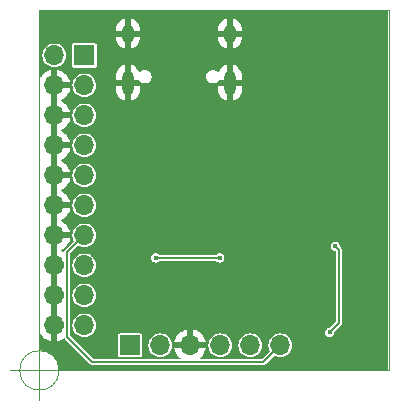
<source format=gbr>
G04 #@! TF.GenerationSoftware,KiCad,Pcbnew,(6.99.0-1917-g23fb4c7433)*
G04 #@! TF.CreationDate,2022-06-21T14:10:18+10:00*
G04 #@! TF.ProjectId,JtagArm20Adapter,4a746167-4172-46d3-9230-416461707465,rev?*
G04 #@! TF.SameCoordinates,PX8404630PY68290a0*
G04 #@! TF.FileFunction,Copper,L2,Bot*
G04 #@! TF.FilePolarity,Positive*
%FSLAX46Y46*%
G04 Gerber Fmt 4.6, Leading zero omitted, Abs format (unit mm)*
G04 Created by KiCad (PCBNEW (6.99.0-1917-g23fb4c7433)) date 2022-06-21 14:10:18*
%MOMM*%
%LPD*%
G01*
G04 APERTURE LIST*
G04 #@! TA.AperFunction,ComponentPad*
%ADD10R,1.700000X1.700000*%
G04 #@! TD*
G04 #@! TA.AperFunction,ComponentPad*
%ADD11O,1.700000X1.700000*%
G04 #@! TD*
G04 #@! TA.AperFunction,ComponentPad*
%ADD12O,1.000000X2.100000*%
G04 #@! TD*
G04 #@! TA.AperFunction,ComponentPad*
%ADD13O,1.000000X1.600000*%
G04 #@! TD*
G04 #@! TA.AperFunction,ViaPad*
%ADD14C,0.450000*%
G04 #@! TD*
G04 #@! TA.AperFunction,Conductor*
%ADD15C,0.200000*%
G04 #@! TD*
G04 #@! TA.AperFunction,Profile*
%ADD16C,0.050000*%
G04 #@! TD*
G04 APERTURE END LIST*
D10*
X3809999Y26669999D03*
D11*
X1269999Y26669999D03*
X3809999Y24129999D03*
X1269999Y24129999D03*
X3809999Y21589999D03*
X1269999Y21589999D03*
X3809999Y19049999D03*
X1269999Y19049999D03*
X3809999Y16509999D03*
X1269999Y16509999D03*
X3809999Y13969999D03*
X1269999Y13969999D03*
X3809999Y11429999D03*
X1269999Y11429999D03*
X3809999Y8889999D03*
X1269999Y8889999D03*
X3809999Y6349999D03*
X1269999Y6349999D03*
X3809999Y3809999D03*
X1269999Y3809999D03*
D10*
X7689999Y2129999D03*
D11*
X10229999Y2129999D03*
X12769999Y2129999D03*
X15309999Y2129999D03*
X17849999Y2129999D03*
X20389999Y2129999D03*
D12*
X16139999Y24339999D03*
D13*
X16139999Y28519999D03*
D12*
X7499999Y24339999D03*
D13*
X7499999Y28519999D03*
D14*
X8107355Y9572475D03*
X16463820Y5266211D03*
X15421808Y17719253D03*
X6570000Y22220000D03*
X20827086Y11326911D03*
X1970000Y1220000D03*
X20586903Y18116568D03*
X28670000Y27320000D03*
X19862388Y14984791D03*
X11794980Y21220000D03*
X26270000Y7020000D03*
X25435696Y12998961D03*
X27859398Y7020000D03*
X2570000Y29220000D03*
X18115995Y8615821D03*
X11820000Y29220000D03*
X23878364Y14938183D03*
X23861273Y17023273D03*
X7191152Y12372945D03*
X18570000Y26220000D03*
X27992182Y21032571D03*
X24327902Y27220000D03*
X13465073Y6816218D03*
X23878364Y18971636D03*
X24261392Y28939885D03*
X22570000Y4620000D03*
X9265574Y12459379D03*
X11285619Y10348185D03*
X5962831Y4946500D03*
X19191753Y5266211D03*
X26229283Y16904654D03*
X25519091Y21637817D03*
X26853761Y1769647D03*
X28680908Y16869455D03*
X11794980Y24995020D03*
X8262936Y18457916D03*
X7225725Y15000546D03*
X9248287Y14948686D03*
X15491923Y14844562D03*
X15270000Y9520000D03*
X9870000Y9520000D03*
X25070000Y10520000D03*
X24570000Y3220000D03*
D15*
X3810000Y11430000D02*
X2369511Y9989511D01*
X18980000Y720000D02*
X20390000Y2130000D01*
X4470000Y720000D02*
X18980000Y720000D01*
X2369511Y2820489D02*
X4470000Y720000D01*
X2369511Y9989511D02*
X2369511Y2820489D01*
X9870000Y9520000D02*
X15270000Y9520000D01*
X25370000Y4020000D02*
X24570000Y3220000D01*
X25370000Y10220000D02*
X25370000Y4020000D01*
X25070000Y10520000D02*
X25370000Y10220000D01*
G04 #@! TA.AperFunction,Conductor*
G36*
X29530148Y30440148D02*
G01*
X29544500Y30405500D01*
X29544500Y74500D01*
X29530148Y39852D01*
X29495500Y25500D01*
X1741162Y25500D01*
X1706514Y39852D01*
X1692299Y70838D01*
X1678891Y249765D01*
X1678891Y249767D01*
X1678754Y251591D01*
X1629018Y469500D01*
X1622726Y497067D01*
X1622725Y497071D01*
X1622318Y498853D01*
X1529660Y734942D01*
X1524573Y743754D01*
X1487933Y807216D01*
X1402850Y954584D01*
X1244720Y1152873D01*
X1241105Y1156228D01*
X1149083Y1241611D01*
X1058803Y1325378D01*
X962551Y1391002D01*
X850768Y1467215D01*
X850762Y1467218D01*
X849252Y1468248D01*
X620747Y1578290D01*
X378394Y1653046D01*
X127606Y1690846D01*
X75296Y1690846D01*
X40648Y1705198D01*
X26296Y1739846D01*
X26296Y2503752D01*
X25769Y2505025D01*
X25500Y2507754D01*
X25500Y3067394D01*
X39852Y3102042D01*
X74500Y3116394D01*
X109148Y3102042D01*
X115521Y3094194D01*
X193564Y2974740D01*
X196044Y2971554D01*
X345730Y2808951D01*
X348699Y2806218D01*
X523099Y2670478D01*
X526484Y2668266D01*
X720847Y2563082D01*
X724542Y2561461D01*
X933572Y2489701D01*
X937484Y2488710D01*
X1006388Y2477212D01*
X1013654Y2478893D01*
X1016000Y2482651D01*
X1016000Y2485355D01*
X1524000Y2485355D01*
X1526855Y2478463D01*
X1530948Y2476767D01*
X1602516Y2488710D01*
X1606428Y2489701D01*
X1815458Y2561461D01*
X1819153Y2563082D01*
X2013516Y2668266D01*
X2016901Y2670478D01*
X2075043Y2715731D01*
X2111200Y2725687D01*
X2145882Y2704286D01*
X2153454Y2692953D01*
X2188910Y2639888D01*
X2192924Y2637206D01*
X2192925Y2637205D01*
X2205819Y2628590D01*
X2213244Y2622496D01*
X4272007Y563733D01*
X4278101Y556308D01*
X4289399Y539399D01*
X4342464Y503943D01*
X4372259Y484034D01*
X4376993Y483092D01*
X4376994Y483092D01*
X4465264Y465534D01*
X4470000Y464592D01*
X4489940Y468558D01*
X4499497Y469500D01*
X18950503Y469500D01*
X18960060Y468558D01*
X18980000Y464592D01*
X18984736Y465534D01*
X19073006Y483092D01*
X19073007Y483092D01*
X19077741Y484034D01*
X19107536Y503943D01*
X19160601Y539399D01*
X19171899Y556308D01*
X19177993Y563733D01*
X19855871Y1241611D01*
X19890519Y1255963D01*
X19913617Y1250177D01*
X19957140Y1226914D01*
X19975190Y1217266D01*
X20005273Y1201186D01*
X20193868Y1143976D01*
X20196256Y1143741D01*
X20196260Y1143740D01*
X20387604Y1124895D01*
X20390000Y1124659D01*
X20392396Y1124895D01*
X20583740Y1143740D01*
X20583744Y1143741D01*
X20586132Y1143976D01*
X20610718Y1151434D01*
X20772418Y1200485D01*
X20772423Y1200487D01*
X20774727Y1201186D01*
X20776853Y1202322D01*
X20776857Y1202324D01*
X20946414Y1292954D01*
X20946419Y1292957D01*
X20948538Y1294090D01*
X21100883Y1419117D01*
X21225910Y1571462D01*
X21227043Y1573581D01*
X21227046Y1573586D01*
X21317676Y1743143D01*
X21317678Y1743147D01*
X21318814Y1745273D01*
X21319513Y1747577D01*
X21319515Y1747582D01*
X21375326Y1931567D01*
X21376024Y1933868D01*
X21395341Y2130000D01*
X21376024Y2326132D01*
X21355513Y2393747D01*
X21319515Y2512418D01*
X21319513Y2512423D01*
X21318814Y2514727D01*
X21317678Y2516853D01*
X21317676Y2516857D01*
X21227046Y2686414D01*
X21227043Y2686419D01*
X21225910Y2688538D01*
X21114758Y2823976D01*
X21102412Y2839020D01*
X21100883Y2840883D01*
X20948538Y2965910D01*
X20946419Y2967043D01*
X20946414Y2967046D01*
X20776857Y3057676D01*
X20776853Y3057678D01*
X20774727Y3058814D01*
X20772423Y3059513D01*
X20772418Y3059515D01*
X20588433Y3115326D01*
X20586132Y3116024D01*
X20583744Y3116259D01*
X20583740Y3116260D01*
X20392396Y3135105D01*
X20390000Y3135341D01*
X20387604Y3135105D01*
X20196260Y3116260D01*
X20196256Y3116259D01*
X20193868Y3116024D01*
X20191567Y3115326D01*
X20007582Y3059515D01*
X20007577Y3059513D01*
X20005273Y3058814D01*
X20003147Y3057678D01*
X20003143Y3057676D01*
X19833586Y2967046D01*
X19833581Y2967043D01*
X19831462Y2965910D01*
X19679117Y2840883D01*
X19677588Y2839020D01*
X19665242Y2823976D01*
X19554090Y2688538D01*
X19552957Y2686419D01*
X19552954Y2686414D01*
X19462324Y2516857D01*
X19462322Y2516853D01*
X19461186Y2514727D01*
X19460487Y2512423D01*
X19460485Y2512418D01*
X19424487Y2393747D01*
X19403976Y2326132D01*
X19384659Y2130000D01*
X19403976Y1933868D01*
X19461186Y1745273D01*
X19462318Y1743154D01*
X19462319Y1743153D01*
X19510177Y1653618D01*
X19513853Y1616295D01*
X19501611Y1595871D01*
X18890592Y984852D01*
X18855944Y970500D01*
X13633966Y970500D01*
X13599318Y984852D01*
X13584966Y1019500D01*
X13599318Y1054148D01*
X13603870Y1058168D01*
X13691301Y1126218D01*
X13694270Y1128951D01*
X13843956Y1291554D01*
X13846432Y1294735D01*
X13967313Y1479756D01*
X13969230Y1483299D01*
X14058011Y1685698D01*
X14059317Y1689502D01*
X14104152Y1866553D01*
X14103076Y1873933D01*
X14100305Y1876000D01*
X11443203Y1876000D01*
X11436311Y1873145D01*
X11434988Y1869951D01*
X11480683Y1689502D01*
X11481989Y1685698D01*
X11570770Y1483299D01*
X11572687Y1479756D01*
X11693568Y1294735D01*
X11696044Y1291554D01*
X11845730Y1128951D01*
X11848699Y1126218D01*
X11936130Y1058168D01*
X11954658Y1025561D01*
X11944702Y989404D01*
X11912095Y970876D01*
X11906034Y970500D01*
X4594056Y970500D01*
X4559408Y984852D01*
X4279080Y1265180D01*
X6689500Y1265180D01*
X6698233Y1221278D01*
X6731496Y1171496D01*
X6781278Y1138233D01*
X6825180Y1129500D01*
X8554820Y1129500D01*
X8598722Y1138233D01*
X8648504Y1171496D01*
X8681767Y1221278D01*
X8690500Y1265180D01*
X8690500Y2130000D01*
X9224659Y2130000D01*
X9243976Y1933868D01*
X9244674Y1931567D01*
X9300485Y1747582D01*
X9300487Y1747577D01*
X9301186Y1745273D01*
X9302322Y1743147D01*
X9302324Y1743143D01*
X9392954Y1573586D01*
X9392957Y1573581D01*
X9394090Y1571462D01*
X9519117Y1419117D01*
X9671462Y1294090D01*
X9673581Y1292957D01*
X9673586Y1292954D01*
X9843143Y1202324D01*
X9843147Y1202322D01*
X9845273Y1201186D01*
X9847577Y1200487D01*
X9847582Y1200485D01*
X10009282Y1151434D01*
X10033868Y1143976D01*
X10036256Y1143741D01*
X10036260Y1143740D01*
X10227604Y1124895D01*
X10230000Y1124659D01*
X10232396Y1124895D01*
X10423740Y1143740D01*
X10423744Y1143741D01*
X10426132Y1143976D01*
X10450718Y1151434D01*
X10612418Y1200485D01*
X10612423Y1200487D01*
X10614727Y1201186D01*
X10616853Y1202322D01*
X10616857Y1202324D01*
X10786414Y1292954D01*
X10786419Y1292957D01*
X10788538Y1294090D01*
X10940883Y1419117D01*
X11065910Y1571462D01*
X11067043Y1573581D01*
X11067046Y1573586D01*
X11157676Y1743143D01*
X11157678Y1743147D01*
X11158814Y1745273D01*
X11159513Y1747577D01*
X11159515Y1747582D01*
X11215326Y1931567D01*
X11216024Y1933868D01*
X11235341Y2130000D01*
X14304659Y2130000D01*
X14323976Y1933868D01*
X14324674Y1931567D01*
X14380485Y1747582D01*
X14380487Y1747577D01*
X14381186Y1745273D01*
X14382322Y1743147D01*
X14382324Y1743143D01*
X14472954Y1573586D01*
X14472957Y1573581D01*
X14474090Y1571462D01*
X14599117Y1419117D01*
X14751462Y1294090D01*
X14753581Y1292957D01*
X14753586Y1292954D01*
X14923143Y1202324D01*
X14923147Y1202322D01*
X14925273Y1201186D01*
X14927577Y1200487D01*
X14927582Y1200485D01*
X15089282Y1151434D01*
X15113868Y1143976D01*
X15116256Y1143741D01*
X15116260Y1143740D01*
X15307604Y1124895D01*
X15310000Y1124659D01*
X15312396Y1124895D01*
X15503740Y1143740D01*
X15503744Y1143741D01*
X15506132Y1143976D01*
X15530718Y1151434D01*
X15692418Y1200485D01*
X15692423Y1200487D01*
X15694727Y1201186D01*
X15696853Y1202322D01*
X15696857Y1202324D01*
X15866414Y1292954D01*
X15866419Y1292957D01*
X15868538Y1294090D01*
X16020883Y1419117D01*
X16145910Y1571462D01*
X16147043Y1573581D01*
X16147046Y1573586D01*
X16237676Y1743143D01*
X16237678Y1743147D01*
X16238814Y1745273D01*
X16239513Y1747577D01*
X16239515Y1747582D01*
X16295326Y1931567D01*
X16296024Y1933868D01*
X16315341Y2130000D01*
X16844659Y2130000D01*
X16863976Y1933868D01*
X16864674Y1931567D01*
X16920485Y1747582D01*
X16920487Y1747577D01*
X16921186Y1745273D01*
X16922322Y1743147D01*
X16922324Y1743143D01*
X17012954Y1573586D01*
X17012957Y1573581D01*
X17014090Y1571462D01*
X17139117Y1419117D01*
X17291462Y1294090D01*
X17293581Y1292957D01*
X17293586Y1292954D01*
X17463143Y1202324D01*
X17463147Y1202322D01*
X17465273Y1201186D01*
X17467577Y1200487D01*
X17467582Y1200485D01*
X17629282Y1151434D01*
X17653868Y1143976D01*
X17656256Y1143741D01*
X17656260Y1143740D01*
X17847604Y1124895D01*
X17850000Y1124659D01*
X17852396Y1124895D01*
X18043740Y1143740D01*
X18043744Y1143741D01*
X18046132Y1143976D01*
X18070718Y1151434D01*
X18232418Y1200485D01*
X18232423Y1200487D01*
X18234727Y1201186D01*
X18236853Y1202322D01*
X18236857Y1202324D01*
X18406414Y1292954D01*
X18406419Y1292957D01*
X18408538Y1294090D01*
X18560883Y1419117D01*
X18685910Y1571462D01*
X18687043Y1573581D01*
X18687046Y1573586D01*
X18777676Y1743143D01*
X18777678Y1743147D01*
X18778814Y1745273D01*
X18779513Y1747577D01*
X18779515Y1747582D01*
X18835326Y1931567D01*
X18836024Y1933868D01*
X18855341Y2130000D01*
X18836024Y2326132D01*
X18815513Y2393747D01*
X18779515Y2512418D01*
X18779513Y2512423D01*
X18778814Y2514727D01*
X18777678Y2516853D01*
X18777676Y2516857D01*
X18687046Y2686414D01*
X18687043Y2686419D01*
X18685910Y2688538D01*
X18574758Y2823976D01*
X18562412Y2839020D01*
X18560883Y2840883D01*
X18408538Y2965910D01*
X18406419Y2967043D01*
X18406414Y2967046D01*
X18236857Y3057676D01*
X18236853Y3057678D01*
X18234727Y3058814D01*
X18232423Y3059513D01*
X18232418Y3059515D01*
X18048433Y3115326D01*
X18046132Y3116024D01*
X18043744Y3116259D01*
X18043740Y3116260D01*
X17852396Y3135105D01*
X17850000Y3135341D01*
X17847604Y3135105D01*
X17656260Y3116260D01*
X17656256Y3116259D01*
X17653868Y3116024D01*
X17651567Y3115326D01*
X17467582Y3059515D01*
X17467577Y3059513D01*
X17465273Y3058814D01*
X17463147Y3057678D01*
X17463143Y3057676D01*
X17293586Y2967046D01*
X17293581Y2967043D01*
X17291462Y2965910D01*
X17139117Y2840883D01*
X17137588Y2839020D01*
X17125242Y2823976D01*
X17014090Y2688538D01*
X17012957Y2686419D01*
X17012954Y2686414D01*
X16922324Y2516857D01*
X16922322Y2516853D01*
X16921186Y2514727D01*
X16920487Y2512423D01*
X16920485Y2512418D01*
X16884487Y2393747D01*
X16863976Y2326132D01*
X16844659Y2130000D01*
X16315341Y2130000D01*
X16296024Y2326132D01*
X16275513Y2393747D01*
X16239515Y2512418D01*
X16239513Y2512423D01*
X16238814Y2514727D01*
X16237678Y2516853D01*
X16237676Y2516857D01*
X16147046Y2686414D01*
X16147043Y2686419D01*
X16145910Y2688538D01*
X16034758Y2823976D01*
X16022412Y2839020D01*
X16020883Y2840883D01*
X15868538Y2965910D01*
X15866419Y2967043D01*
X15866414Y2967046D01*
X15696857Y3057676D01*
X15696853Y3057678D01*
X15694727Y3058814D01*
X15692423Y3059513D01*
X15692418Y3059515D01*
X15508433Y3115326D01*
X15506132Y3116024D01*
X15503744Y3116259D01*
X15503740Y3116260D01*
X15312396Y3135105D01*
X15310000Y3135341D01*
X15307604Y3135105D01*
X15116260Y3116260D01*
X15116256Y3116259D01*
X15113868Y3116024D01*
X15111567Y3115326D01*
X14927582Y3059515D01*
X14927577Y3059513D01*
X14925273Y3058814D01*
X14923147Y3057678D01*
X14923143Y3057676D01*
X14753586Y2967046D01*
X14753581Y2967043D01*
X14751462Y2965910D01*
X14599117Y2840883D01*
X14597588Y2839020D01*
X14585242Y2823976D01*
X14474090Y2688538D01*
X14472957Y2686419D01*
X14472954Y2686414D01*
X14382324Y2516857D01*
X14382322Y2516853D01*
X14381186Y2514727D01*
X14380487Y2512423D01*
X14380485Y2512418D01*
X14344487Y2393747D01*
X14323976Y2326132D01*
X14304659Y2130000D01*
X11235341Y2130000D01*
X11216024Y2326132D01*
X11195604Y2393447D01*
X11435848Y2393447D01*
X11436924Y2386067D01*
X11439695Y2384000D01*
X12506253Y2384000D01*
X12513145Y2386855D01*
X12516000Y2393747D01*
X13024000Y2393747D01*
X13026855Y2386855D01*
X13033747Y2384000D01*
X14096797Y2384000D01*
X14103689Y2386855D01*
X14105012Y2390049D01*
X14059317Y2570498D01*
X14058011Y2574302D01*
X13969230Y2776701D01*
X13967313Y2780244D01*
X13846432Y2965265D01*
X13843956Y2968446D01*
X13694270Y3131049D01*
X13691301Y3133782D01*
X13580527Y3220000D01*
X24169570Y3220000D01*
X24189168Y3096260D01*
X24246045Y2984633D01*
X24334633Y2896045D01*
X24338066Y2894296D01*
X24338067Y2894295D01*
X24361562Y2882324D01*
X24446260Y2839168D01*
X24450065Y2838565D01*
X24450066Y2838565D01*
X24566193Y2820173D01*
X24570000Y2819570D01*
X24573807Y2820173D01*
X24689934Y2838565D01*
X24689935Y2838565D01*
X24693740Y2839168D01*
X24778438Y2882324D01*
X24801933Y2894295D01*
X24801934Y2894296D01*
X24805367Y2896045D01*
X24893955Y2984633D01*
X24950832Y3096260D01*
X24970430Y3220000D01*
X24968023Y3235199D01*
X24976778Y3271666D01*
X24981772Y3277512D01*
X25248216Y3543955D01*
X25526270Y3822009D01*
X25533695Y3828103D01*
X25546590Y3836719D01*
X25550601Y3839399D01*
X25605966Y3922260D01*
X25620500Y3995326D01*
X25625408Y4020000D01*
X25621442Y4039940D01*
X25620500Y4049497D01*
X25620500Y10190503D01*
X25621442Y10200063D01*
X25624466Y10215265D01*
X25625408Y10220000D01*
X25605966Y10317741D01*
X25577517Y10360317D01*
X25550601Y10400601D01*
X25533692Y10411899D01*
X25526267Y10417993D01*
X25481772Y10462488D01*
X25467420Y10497136D01*
X25468023Y10504801D01*
X25469827Y10516192D01*
X25469827Y10516193D01*
X25470430Y10520000D01*
X25458696Y10594090D01*
X25451435Y10639934D01*
X25451435Y10639935D01*
X25450832Y10643740D01*
X25414934Y10714194D01*
X25395705Y10751933D01*
X25395704Y10751934D01*
X25393955Y10755367D01*
X25305367Y10843955D01*
X25301934Y10845704D01*
X25301933Y10845705D01*
X25203476Y10895871D01*
X25193740Y10900832D01*
X25189935Y10901435D01*
X25189934Y10901435D01*
X25073807Y10919827D01*
X25070000Y10920430D01*
X25066193Y10919827D01*
X24950066Y10901435D01*
X24950065Y10901435D01*
X24946260Y10900832D01*
X24936524Y10895871D01*
X24838067Y10845705D01*
X24838066Y10845704D01*
X24834633Y10843955D01*
X24746045Y10755367D01*
X24744296Y10751934D01*
X24744295Y10751933D01*
X24725066Y10714194D01*
X24689168Y10643740D01*
X24688565Y10639935D01*
X24688565Y10639934D01*
X24681304Y10594090D01*
X24669570Y10520000D01*
X24670173Y10516193D01*
X24688056Y10403284D01*
X24689168Y10396260D01*
X24690918Y10392826D01*
X24729176Y10317741D01*
X24746045Y10284633D01*
X24834633Y10196045D01*
X24838066Y10194296D01*
X24838067Y10194295D01*
X24885529Y10170112D01*
X24946260Y10139168D01*
X24950065Y10138565D01*
X24950066Y10138565D01*
X25030140Y10125883D01*
X25070000Y10119570D01*
X25071415Y10119794D01*
X25105148Y10105821D01*
X25119500Y10071173D01*
X25119500Y4144057D01*
X25105148Y4109409D01*
X24627512Y3631772D01*
X24592864Y3617420D01*
X24585199Y3618023D01*
X24573808Y3619827D01*
X24573807Y3619827D01*
X24570000Y3620430D01*
X24550995Y3617420D01*
X24450066Y3601435D01*
X24450065Y3601435D01*
X24446260Y3600832D01*
X24390446Y3572393D01*
X24338067Y3545705D01*
X24338066Y3545704D01*
X24334633Y3543955D01*
X24246045Y3455367D01*
X24244296Y3451934D01*
X24244295Y3451933D01*
X24231888Y3427582D01*
X24189168Y3343740D01*
X24169570Y3220000D01*
X13580527Y3220000D01*
X13516901Y3269522D01*
X13513516Y3271734D01*
X13319153Y3376918D01*
X13315458Y3378539D01*
X13106428Y3450299D01*
X13102516Y3451290D01*
X13033612Y3462788D01*
X13026346Y3461107D01*
X13024000Y3457349D01*
X13024000Y2393747D01*
X12516000Y2393747D01*
X12516000Y3454645D01*
X12513145Y3461537D01*
X12509052Y3463233D01*
X12437484Y3451290D01*
X12433572Y3450299D01*
X12224542Y3378539D01*
X12220847Y3376918D01*
X12026484Y3271734D01*
X12023099Y3269522D01*
X11848699Y3133782D01*
X11845730Y3131049D01*
X11696044Y2968446D01*
X11693568Y2965265D01*
X11572687Y2780244D01*
X11570770Y2776701D01*
X11481989Y2574302D01*
X11480683Y2570498D01*
X11435848Y2393447D01*
X11195604Y2393447D01*
X11195513Y2393747D01*
X11159515Y2512418D01*
X11159513Y2512423D01*
X11158814Y2514727D01*
X11157678Y2516853D01*
X11157676Y2516857D01*
X11067046Y2686414D01*
X11067043Y2686419D01*
X11065910Y2688538D01*
X10954758Y2823976D01*
X10942412Y2839020D01*
X10940883Y2840883D01*
X10788538Y2965910D01*
X10786419Y2967043D01*
X10786414Y2967046D01*
X10616857Y3057676D01*
X10616853Y3057678D01*
X10614727Y3058814D01*
X10612423Y3059513D01*
X10612418Y3059515D01*
X10428433Y3115326D01*
X10426132Y3116024D01*
X10423744Y3116259D01*
X10423740Y3116260D01*
X10232396Y3135105D01*
X10230000Y3135341D01*
X10227604Y3135105D01*
X10036260Y3116260D01*
X10036256Y3116259D01*
X10033868Y3116024D01*
X10031567Y3115326D01*
X9847582Y3059515D01*
X9847577Y3059513D01*
X9845273Y3058814D01*
X9843147Y3057678D01*
X9843143Y3057676D01*
X9673586Y2967046D01*
X9673581Y2967043D01*
X9671462Y2965910D01*
X9519117Y2840883D01*
X9517588Y2839020D01*
X9505242Y2823976D01*
X9394090Y2688538D01*
X9392957Y2686419D01*
X9392954Y2686414D01*
X9302324Y2516857D01*
X9302322Y2516853D01*
X9301186Y2514727D01*
X9300487Y2512423D01*
X9300485Y2512418D01*
X9264487Y2393747D01*
X9243976Y2326132D01*
X9224659Y2130000D01*
X8690500Y2130000D01*
X8690500Y2994820D01*
X8681767Y3038722D01*
X8648504Y3088504D01*
X8598722Y3121767D01*
X8554820Y3130500D01*
X6825180Y3130500D01*
X6781278Y3121767D01*
X6731496Y3088504D01*
X6698233Y3038722D01*
X6689500Y2994820D01*
X6689500Y1265180D01*
X4279080Y1265180D01*
X2634363Y2909897D01*
X2620011Y2944545D01*
X2620011Y3810000D01*
X2804659Y3810000D01*
X2804895Y3807604D01*
X2823567Y3618023D01*
X2823976Y3613868D01*
X2824674Y3611567D01*
X2880485Y3427582D01*
X2880487Y3427577D01*
X2881186Y3425273D01*
X2882322Y3423147D01*
X2882324Y3423143D01*
X2972954Y3253586D01*
X2972957Y3253581D01*
X2974090Y3251462D01*
X2975619Y3249599D01*
X3096717Y3102042D01*
X3099117Y3099117D01*
X3100980Y3097588D01*
X3172708Y3038722D01*
X3251462Y2974090D01*
X3253581Y2972957D01*
X3253586Y2972954D01*
X3423143Y2882324D01*
X3423147Y2882322D01*
X3425273Y2881186D01*
X3427577Y2880487D01*
X3427582Y2880485D01*
X3611567Y2824674D01*
X3613868Y2823976D01*
X3616256Y2823741D01*
X3616260Y2823740D01*
X3807604Y2804895D01*
X3810000Y2804659D01*
X3812396Y2804895D01*
X4003740Y2823740D01*
X4003744Y2823741D01*
X4006132Y2823976D01*
X4008433Y2824674D01*
X4192418Y2880485D01*
X4192423Y2880487D01*
X4194727Y2881186D01*
X4196853Y2882322D01*
X4196857Y2882324D01*
X4366414Y2972954D01*
X4366419Y2972957D01*
X4368538Y2974090D01*
X4447292Y3038722D01*
X4519020Y3097588D01*
X4520883Y3099117D01*
X4523284Y3102042D01*
X4644381Y3249599D01*
X4645910Y3251462D01*
X4647043Y3253581D01*
X4647046Y3253586D01*
X4737676Y3423143D01*
X4737678Y3423147D01*
X4738814Y3425273D01*
X4739513Y3427577D01*
X4739515Y3427582D01*
X4795326Y3611567D01*
X4796024Y3613868D01*
X4796434Y3618023D01*
X4815105Y3807604D01*
X4815341Y3810000D01*
X4812709Y3836719D01*
X4796260Y4003740D01*
X4796259Y4003744D01*
X4796024Y4006132D01*
X4782869Y4049497D01*
X4739515Y4192418D01*
X4739513Y4192423D01*
X4738814Y4194727D01*
X4737678Y4196853D01*
X4737676Y4196857D01*
X4647046Y4366414D01*
X4647043Y4366419D01*
X4645910Y4368538D01*
X4520883Y4520883D01*
X4368538Y4645910D01*
X4366419Y4647043D01*
X4366414Y4647046D01*
X4196857Y4737676D01*
X4196853Y4737678D01*
X4194727Y4738814D01*
X4192423Y4739513D01*
X4192418Y4739515D01*
X4008433Y4795326D01*
X4006132Y4796024D01*
X4003744Y4796259D01*
X4003740Y4796260D01*
X3812396Y4815105D01*
X3810000Y4815341D01*
X3807604Y4815105D01*
X3616260Y4796260D01*
X3616256Y4796259D01*
X3613868Y4796024D01*
X3611567Y4795326D01*
X3427582Y4739515D01*
X3427577Y4739513D01*
X3425273Y4738814D01*
X3423147Y4737678D01*
X3423143Y4737676D01*
X3253586Y4647046D01*
X3253581Y4647043D01*
X3251462Y4645910D01*
X3099117Y4520883D01*
X2974090Y4368538D01*
X2972957Y4366419D01*
X2972954Y4366414D01*
X2882324Y4196857D01*
X2882322Y4196853D01*
X2881186Y4194727D01*
X2880487Y4192423D01*
X2880485Y4192418D01*
X2837131Y4049497D01*
X2823976Y4006132D01*
X2823741Y4003744D01*
X2823740Y4003740D01*
X2807291Y3836719D01*
X2804659Y3810000D01*
X2620011Y3810000D01*
X2620011Y6350000D01*
X2804659Y6350000D01*
X2823976Y6153868D01*
X2824674Y6151567D01*
X2880485Y5967582D01*
X2880487Y5967577D01*
X2881186Y5965273D01*
X2882322Y5963147D01*
X2882324Y5963143D01*
X2972954Y5793586D01*
X2972957Y5793581D01*
X2974090Y5791462D01*
X2975619Y5789599D01*
X3096717Y5642042D01*
X3099117Y5639117D01*
X3251462Y5514090D01*
X3253581Y5512957D01*
X3253586Y5512954D01*
X3423143Y5422324D01*
X3423147Y5422322D01*
X3425273Y5421186D01*
X3427577Y5420487D01*
X3427582Y5420485D01*
X3611567Y5364674D01*
X3613868Y5363976D01*
X3616256Y5363741D01*
X3616260Y5363740D01*
X3807604Y5344895D01*
X3810000Y5344659D01*
X3812396Y5344895D01*
X4003740Y5363740D01*
X4003744Y5363741D01*
X4006132Y5363976D01*
X4008433Y5364674D01*
X4192418Y5420485D01*
X4192423Y5420487D01*
X4194727Y5421186D01*
X4196853Y5422322D01*
X4196857Y5422324D01*
X4366414Y5512954D01*
X4366419Y5512957D01*
X4368538Y5514090D01*
X4520883Y5639117D01*
X4523284Y5642042D01*
X4644381Y5789599D01*
X4645910Y5791462D01*
X4647043Y5793581D01*
X4647046Y5793586D01*
X4737676Y5963143D01*
X4737678Y5963147D01*
X4738814Y5965273D01*
X4739513Y5967577D01*
X4739515Y5967582D01*
X4795326Y6151567D01*
X4796024Y6153868D01*
X4815341Y6350000D01*
X4796024Y6546132D01*
X4793334Y6555000D01*
X4739515Y6732418D01*
X4739513Y6732423D01*
X4738814Y6734727D01*
X4737678Y6736853D01*
X4737676Y6736857D01*
X4647046Y6906414D01*
X4647043Y6906419D01*
X4645910Y6908538D01*
X4520883Y7060883D01*
X4368538Y7185910D01*
X4366419Y7187043D01*
X4366414Y7187046D01*
X4196857Y7277676D01*
X4196853Y7277678D01*
X4194727Y7278814D01*
X4192423Y7279513D01*
X4192418Y7279515D01*
X4008433Y7335326D01*
X4006132Y7336024D01*
X4003744Y7336259D01*
X4003740Y7336260D01*
X3812396Y7355105D01*
X3810000Y7355341D01*
X3807604Y7355105D01*
X3616260Y7336260D01*
X3616256Y7336259D01*
X3613868Y7336024D01*
X3611567Y7335326D01*
X3427582Y7279515D01*
X3427577Y7279513D01*
X3425273Y7278814D01*
X3423147Y7277678D01*
X3423143Y7277676D01*
X3253586Y7187046D01*
X3253581Y7187043D01*
X3251462Y7185910D01*
X3099117Y7060883D01*
X2974090Y6908538D01*
X2972957Y6906419D01*
X2972954Y6906414D01*
X2882324Y6736857D01*
X2882322Y6736853D01*
X2881186Y6734727D01*
X2880487Y6732423D01*
X2880485Y6732418D01*
X2826666Y6555000D01*
X2823976Y6546132D01*
X2804659Y6350000D01*
X2620011Y6350000D01*
X2620011Y8890000D01*
X2804659Y8890000D01*
X2823976Y8693868D01*
X2824674Y8691567D01*
X2880485Y8507582D01*
X2880487Y8507577D01*
X2881186Y8505273D01*
X2882322Y8503147D01*
X2882324Y8503143D01*
X2972954Y8333586D01*
X2972957Y8333581D01*
X2974090Y8331462D01*
X2975619Y8329599D01*
X3096717Y8182042D01*
X3099117Y8179117D01*
X3251462Y8054090D01*
X3253581Y8052957D01*
X3253586Y8052954D01*
X3423143Y7962324D01*
X3423147Y7962322D01*
X3425273Y7961186D01*
X3427577Y7960487D01*
X3427582Y7960485D01*
X3611567Y7904674D01*
X3613868Y7903976D01*
X3616256Y7903741D01*
X3616260Y7903740D01*
X3807604Y7884895D01*
X3810000Y7884659D01*
X3812396Y7884895D01*
X4003740Y7903740D01*
X4003744Y7903741D01*
X4006132Y7903976D01*
X4008433Y7904674D01*
X4192418Y7960485D01*
X4192423Y7960487D01*
X4194727Y7961186D01*
X4196853Y7962322D01*
X4196857Y7962324D01*
X4366414Y8052954D01*
X4366419Y8052957D01*
X4368538Y8054090D01*
X4520883Y8179117D01*
X4523284Y8182042D01*
X4644381Y8329599D01*
X4645910Y8331462D01*
X4647043Y8333581D01*
X4647046Y8333586D01*
X4737676Y8503143D01*
X4737678Y8503147D01*
X4738814Y8505273D01*
X4739513Y8507577D01*
X4739515Y8507582D01*
X4795326Y8691567D01*
X4796024Y8693868D01*
X4815341Y8890000D01*
X4796024Y9086132D01*
X4785698Y9120173D01*
X4739515Y9272418D01*
X4739513Y9272423D01*
X4738814Y9274727D01*
X4737678Y9276853D01*
X4737676Y9276857D01*
X4647046Y9446414D01*
X4647043Y9446419D01*
X4645910Y9448538D01*
X4587262Y9520000D01*
X9469570Y9520000D01*
X9470173Y9516193D01*
X9481225Y9446414D01*
X9489168Y9396260D01*
X9546045Y9284633D01*
X9634633Y9196045D01*
X9638066Y9194296D01*
X9638067Y9194295D01*
X9690447Y9167606D01*
X9746260Y9139168D01*
X9750065Y9138565D01*
X9750066Y9138565D01*
X9866193Y9120173D01*
X9870000Y9119570D01*
X9873807Y9120173D01*
X9989934Y9138565D01*
X9989935Y9138565D01*
X9993740Y9139168D01*
X10049553Y9167606D01*
X10101933Y9194295D01*
X10101934Y9194296D01*
X10105367Y9196045D01*
X10164470Y9255148D01*
X10199118Y9269500D01*
X14940882Y9269500D01*
X14975530Y9255148D01*
X15034633Y9196045D01*
X15038066Y9194296D01*
X15038067Y9194295D01*
X15090447Y9167606D01*
X15146260Y9139168D01*
X15150065Y9138565D01*
X15150066Y9138565D01*
X15266193Y9120173D01*
X15270000Y9119570D01*
X15273807Y9120173D01*
X15389934Y9138565D01*
X15389935Y9138565D01*
X15393740Y9139168D01*
X15449553Y9167606D01*
X15501933Y9194295D01*
X15501934Y9194296D01*
X15505367Y9196045D01*
X15593955Y9284633D01*
X15650832Y9396260D01*
X15658776Y9446414D01*
X15669827Y9516193D01*
X15670430Y9520000D01*
X15654188Y9622550D01*
X15651435Y9639934D01*
X15651435Y9639935D01*
X15650832Y9643740D01*
X15593955Y9755367D01*
X15505367Y9843955D01*
X15501934Y9845704D01*
X15501933Y9845705D01*
X15407576Y9893782D01*
X15393740Y9900832D01*
X15389935Y9901435D01*
X15389934Y9901435D01*
X15273807Y9919827D01*
X15270000Y9920430D01*
X15266193Y9919827D01*
X15150066Y9901435D01*
X15150065Y9901435D01*
X15146260Y9900832D01*
X15132424Y9893782D01*
X15038067Y9845705D01*
X15038066Y9845704D01*
X15034633Y9843955D01*
X14975530Y9784852D01*
X14940882Y9770500D01*
X10199118Y9770500D01*
X10164470Y9784852D01*
X10105367Y9843955D01*
X10101934Y9845704D01*
X10101933Y9845705D01*
X10007576Y9893782D01*
X9993740Y9900832D01*
X9989935Y9901435D01*
X9989934Y9901435D01*
X9873807Y9919827D01*
X9870000Y9920430D01*
X9866193Y9919827D01*
X9750066Y9901435D01*
X9750065Y9901435D01*
X9746260Y9900832D01*
X9732424Y9893782D01*
X9638067Y9845705D01*
X9638066Y9845704D01*
X9634633Y9843955D01*
X9546045Y9755367D01*
X9489168Y9643740D01*
X9488565Y9639935D01*
X9488565Y9639934D01*
X9485812Y9622550D01*
X9469570Y9520000D01*
X4587262Y9520000D01*
X4520883Y9600883D01*
X4473300Y9639934D01*
X4370401Y9724381D01*
X4368538Y9725910D01*
X4366419Y9727043D01*
X4366414Y9727046D01*
X4196857Y9817676D01*
X4196853Y9817678D01*
X4194727Y9818814D01*
X4192423Y9819513D01*
X4192418Y9819515D01*
X4008433Y9875326D01*
X4006132Y9876024D01*
X4003744Y9876259D01*
X4003740Y9876260D01*
X3812396Y9895105D01*
X3810000Y9895341D01*
X3807604Y9895105D01*
X3616260Y9876260D01*
X3616256Y9876259D01*
X3613868Y9876024D01*
X3611567Y9875326D01*
X3427582Y9819515D01*
X3427577Y9819513D01*
X3425273Y9818814D01*
X3423147Y9817678D01*
X3423143Y9817676D01*
X3253586Y9727046D01*
X3253581Y9727043D01*
X3251462Y9725910D01*
X3249599Y9724381D01*
X3146701Y9639934D01*
X3099117Y9600883D01*
X2974090Y9448538D01*
X2972957Y9446419D01*
X2972954Y9446414D01*
X2882324Y9276857D01*
X2882322Y9276853D01*
X2881186Y9274727D01*
X2880487Y9272423D01*
X2880485Y9272418D01*
X2834302Y9120173D01*
X2823976Y9086132D01*
X2804659Y8890000D01*
X2620011Y8890000D01*
X2620011Y9865455D01*
X2634363Y9900103D01*
X3275871Y10541611D01*
X3310519Y10555963D01*
X3333617Y10550177D01*
X3425273Y10501186D01*
X3613868Y10443976D01*
X3616256Y10443741D01*
X3616260Y10443740D01*
X3807604Y10424895D01*
X3810000Y10424659D01*
X3812396Y10424895D01*
X4003740Y10443740D01*
X4003744Y10443741D01*
X4006132Y10443976D01*
X4067158Y10462488D01*
X4192418Y10500485D01*
X4192423Y10500487D01*
X4194727Y10501186D01*
X4196853Y10502322D01*
X4196857Y10502324D01*
X4366414Y10592954D01*
X4366419Y10592957D01*
X4368538Y10594090D01*
X4520883Y10719117D01*
X4523284Y10722042D01*
X4644381Y10869599D01*
X4645910Y10871462D01*
X4647043Y10873581D01*
X4647046Y10873586D01*
X4737676Y11043143D01*
X4737678Y11043147D01*
X4738814Y11045273D01*
X4739513Y11047577D01*
X4739515Y11047582D01*
X4795326Y11231567D01*
X4796024Y11233868D01*
X4815341Y11430000D01*
X4796024Y11626132D01*
X4775513Y11693747D01*
X4739515Y11812418D01*
X4739513Y11812423D01*
X4738814Y11814727D01*
X4737678Y11816853D01*
X4737676Y11816857D01*
X4647046Y11986414D01*
X4647043Y11986419D01*
X4645910Y11988538D01*
X4520883Y12140883D01*
X4368538Y12265910D01*
X4366419Y12267043D01*
X4366414Y12267046D01*
X4196857Y12357676D01*
X4196853Y12357678D01*
X4194727Y12358814D01*
X4192423Y12359513D01*
X4192418Y12359515D01*
X4008433Y12415326D01*
X4006132Y12416024D01*
X4003744Y12416259D01*
X4003740Y12416260D01*
X3812396Y12435105D01*
X3810000Y12435341D01*
X3807604Y12435105D01*
X3616260Y12416260D01*
X3616256Y12416259D01*
X3613868Y12416024D01*
X3611567Y12415326D01*
X3427582Y12359515D01*
X3427577Y12359513D01*
X3425273Y12358814D01*
X3423147Y12357678D01*
X3423143Y12357676D01*
X3253586Y12267046D01*
X3253581Y12267043D01*
X3251462Y12265910D01*
X3099117Y12140883D01*
X2974090Y11988538D01*
X2972957Y11986419D01*
X2972954Y11986414D01*
X2882324Y11816857D01*
X2882322Y11816853D01*
X2881186Y11814727D01*
X2880487Y11812423D01*
X2880485Y11812418D01*
X2844487Y11693747D01*
X2823976Y11626132D01*
X2804659Y11430000D01*
X2823976Y11233868D01*
X2881186Y11045273D01*
X2882318Y11043154D01*
X2882319Y11043153D01*
X2930177Y10953618D01*
X2933853Y10916295D01*
X2921611Y10895871D01*
X2213244Y10187504D01*
X2205819Y10181410D01*
X2188910Y10170112D01*
X2153454Y10117047D01*
X2133545Y10087252D01*
X2130347Y10071173D01*
X2123455Y10036526D01*
X2102620Y10005344D01*
X2065837Y9998028D01*
X2045301Y10007418D01*
X2016901Y10029522D01*
X2013516Y10031734D01*
X1856132Y10116906D01*
X1832490Y10146019D01*
X1836359Y10183321D01*
X1856132Y10203094D01*
X2013516Y10288266D01*
X2016901Y10290478D01*
X2191301Y10426218D01*
X2194270Y10428951D01*
X2343956Y10591554D01*
X2346432Y10594735D01*
X2467313Y10779756D01*
X2469230Y10783299D01*
X2558011Y10985698D01*
X2559317Y10989502D01*
X2604152Y11166553D01*
X2603076Y11173933D01*
X2600305Y11176000D01*
X1533747Y11176000D01*
X1526855Y11173145D01*
X1524000Y11166253D01*
X1524000Y9153747D01*
X1526855Y9146855D01*
X1533747Y9144000D01*
X2070011Y9144000D01*
X2104659Y9129648D01*
X2119011Y9095000D01*
X2119011Y8685000D01*
X2104659Y8650352D01*
X2070011Y8636000D01*
X1533747Y8636000D01*
X1526855Y8633145D01*
X1524000Y8626253D01*
X1524000Y6613747D01*
X1526855Y6606855D01*
X1533747Y6604000D01*
X2070011Y6604000D01*
X2104659Y6589648D01*
X2119011Y6555000D01*
X2119011Y6145000D01*
X2104659Y6110352D01*
X2070011Y6096000D01*
X1533747Y6096000D01*
X1526855Y6093145D01*
X1524000Y6086253D01*
X1524000Y4073747D01*
X1526855Y4066855D01*
X1533747Y4064000D01*
X2070011Y4064000D01*
X2104659Y4049648D01*
X2119011Y4015000D01*
X2119011Y3605000D01*
X2104659Y3570352D01*
X2070011Y3556000D01*
X1533747Y3556000D01*
X1526855Y3553145D01*
X1524000Y3546253D01*
X1524000Y2485355D01*
X1016000Y2485355D01*
X1016000Y11693747D01*
X1524000Y11693747D01*
X1526855Y11686855D01*
X1533747Y11684000D01*
X2596797Y11684000D01*
X2603689Y11686855D01*
X2605012Y11690049D01*
X2559317Y11870498D01*
X2558011Y11874302D01*
X2469230Y12076701D01*
X2467313Y12080244D01*
X2346432Y12265265D01*
X2343956Y12268446D01*
X2194270Y12431049D01*
X2191301Y12433782D01*
X2016901Y12569522D01*
X2013516Y12571734D01*
X1856132Y12656906D01*
X1832490Y12686019D01*
X1836359Y12723321D01*
X1856132Y12743094D01*
X2013516Y12828266D01*
X2016901Y12830478D01*
X2191301Y12966218D01*
X2194270Y12968951D01*
X2343956Y13131554D01*
X2346432Y13134735D01*
X2467313Y13319756D01*
X2469230Y13323299D01*
X2558011Y13525698D01*
X2559317Y13529502D01*
X2604152Y13706553D01*
X2603076Y13713933D01*
X2600305Y13716000D01*
X1533747Y13716000D01*
X1526855Y13713145D01*
X1524000Y13706253D01*
X1524000Y11693747D01*
X1016000Y11693747D01*
X1016000Y13970000D01*
X2804659Y13970000D01*
X2823976Y13773868D01*
X2824674Y13771567D01*
X2880485Y13587582D01*
X2880487Y13587577D01*
X2881186Y13585273D01*
X2882322Y13583147D01*
X2882324Y13583143D01*
X2972954Y13413586D01*
X2972957Y13413581D01*
X2974090Y13411462D01*
X2975619Y13409599D01*
X3096717Y13262042D01*
X3099117Y13259117D01*
X3251462Y13134090D01*
X3253581Y13132957D01*
X3253586Y13132954D01*
X3423143Y13042324D01*
X3423147Y13042322D01*
X3425273Y13041186D01*
X3427577Y13040487D01*
X3427582Y13040485D01*
X3611567Y12984674D01*
X3613868Y12983976D01*
X3616256Y12983741D01*
X3616260Y12983740D01*
X3807604Y12964895D01*
X3810000Y12964659D01*
X3812396Y12964895D01*
X4003740Y12983740D01*
X4003744Y12983741D01*
X4006132Y12983976D01*
X4008433Y12984674D01*
X4192418Y13040485D01*
X4192423Y13040487D01*
X4194727Y13041186D01*
X4196853Y13042322D01*
X4196857Y13042324D01*
X4366414Y13132954D01*
X4366419Y13132957D01*
X4368538Y13134090D01*
X4520883Y13259117D01*
X4523284Y13262042D01*
X4644381Y13409599D01*
X4645910Y13411462D01*
X4647043Y13413581D01*
X4647046Y13413586D01*
X4737676Y13583143D01*
X4737678Y13583147D01*
X4738814Y13585273D01*
X4739513Y13587577D01*
X4739515Y13587582D01*
X4795326Y13771567D01*
X4796024Y13773868D01*
X4815341Y13970000D01*
X4796024Y14166132D01*
X4775513Y14233747D01*
X4739515Y14352418D01*
X4739513Y14352423D01*
X4738814Y14354727D01*
X4737678Y14356853D01*
X4737676Y14356857D01*
X4647046Y14526414D01*
X4647043Y14526419D01*
X4645910Y14528538D01*
X4520883Y14680883D01*
X4368538Y14805910D01*
X4366419Y14807043D01*
X4366414Y14807046D01*
X4196857Y14897676D01*
X4196853Y14897678D01*
X4194727Y14898814D01*
X4192423Y14899513D01*
X4192418Y14899515D01*
X4008433Y14955326D01*
X4006132Y14956024D01*
X4003744Y14956259D01*
X4003740Y14956260D01*
X3812396Y14975105D01*
X3810000Y14975341D01*
X3807604Y14975105D01*
X3616260Y14956260D01*
X3616256Y14956259D01*
X3613868Y14956024D01*
X3611567Y14955326D01*
X3427582Y14899515D01*
X3427577Y14899513D01*
X3425273Y14898814D01*
X3423147Y14897678D01*
X3423143Y14897676D01*
X3253586Y14807046D01*
X3253581Y14807043D01*
X3251462Y14805910D01*
X3099117Y14680883D01*
X2974090Y14528538D01*
X2972957Y14526419D01*
X2972954Y14526414D01*
X2882324Y14356857D01*
X2882322Y14356853D01*
X2881186Y14354727D01*
X2880487Y14352423D01*
X2880485Y14352418D01*
X2844487Y14233747D01*
X2823976Y14166132D01*
X2804659Y13970000D01*
X1016000Y13970000D01*
X1016000Y14233747D01*
X1524000Y14233747D01*
X1526855Y14226855D01*
X1533747Y14224000D01*
X2596797Y14224000D01*
X2603689Y14226855D01*
X2605012Y14230049D01*
X2559317Y14410498D01*
X2558011Y14414302D01*
X2469230Y14616701D01*
X2467313Y14620244D01*
X2346432Y14805265D01*
X2343956Y14808446D01*
X2194270Y14971049D01*
X2191301Y14973782D01*
X2016901Y15109522D01*
X2013516Y15111734D01*
X1856132Y15196906D01*
X1832490Y15226019D01*
X1836359Y15263321D01*
X1856132Y15283094D01*
X2013516Y15368266D01*
X2016901Y15370478D01*
X2191301Y15506218D01*
X2194270Y15508951D01*
X2343956Y15671554D01*
X2346432Y15674735D01*
X2467313Y15859756D01*
X2469230Y15863299D01*
X2558011Y16065698D01*
X2559317Y16069502D01*
X2604152Y16246553D01*
X2603076Y16253933D01*
X2600305Y16256000D01*
X1533747Y16256000D01*
X1526855Y16253145D01*
X1524000Y16246253D01*
X1524000Y14233747D01*
X1016000Y14233747D01*
X1016000Y16510000D01*
X2804659Y16510000D01*
X2823976Y16313868D01*
X2824674Y16311567D01*
X2880485Y16127582D01*
X2880487Y16127577D01*
X2881186Y16125273D01*
X2882322Y16123147D01*
X2882324Y16123143D01*
X2972954Y15953586D01*
X2972957Y15953581D01*
X2974090Y15951462D01*
X2975619Y15949599D01*
X3096717Y15802042D01*
X3099117Y15799117D01*
X3251462Y15674090D01*
X3253581Y15672957D01*
X3253586Y15672954D01*
X3423143Y15582324D01*
X3423147Y15582322D01*
X3425273Y15581186D01*
X3427577Y15580487D01*
X3427582Y15580485D01*
X3611567Y15524674D01*
X3613868Y15523976D01*
X3616256Y15523741D01*
X3616260Y15523740D01*
X3807604Y15504895D01*
X3810000Y15504659D01*
X3812396Y15504895D01*
X4003740Y15523740D01*
X4003744Y15523741D01*
X4006132Y15523976D01*
X4008433Y15524674D01*
X4192418Y15580485D01*
X4192423Y15580487D01*
X4194727Y15581186D01*
X4196853Y15582322D01*
X4196857Y15582324D01*
X4366414Y15672954D01*
X4366419Y15672957D01*
X4368538Y15674090D01*
X4520883Y15799117D01*
X4523284Y15802042D01*
X4644381Y15949599D01*
X4645910Y15951462D01*
X4647043Y15953581D01*
X4647046Y15953586D01*
X4737676Y16123143D01*
X4737678Y16123147D01*
X4738814Y16125273D01*
X4739513Y16127577D01*
X4739515Y16127582D01*
X4795326Y16311567D01*
X4796024Y16313868D01*
X4815341Y16510000D01*
X4796024Y16706132D01*
X4775513Y16773747D01*
X4739515Y16892418D01*
X4739513Y16892423D01*
X4738814Y16894727D01*
X4737678Y16896853D01*
X4737676Y16896857D01*
X4647046Y17066414D01*
X4647043Y17066419D01*
X4645910Y17068538D01*
X4520883Y17220883D01*
X4368538Y17345910D01*
X4366419Y17347043D01*
X4366414Y17347046D01*
X4196857Y17437676D01*
X4196853Y17437678D01*
X4194727Y17438814D01*
X4192423Y17439513D01*
X4192418Y17439515D01*
X4008433Y17495326D01*
X4006132Y17496024D01*
X4003744Y17496259D01*
X4003740Y17496260D01*
X3812396Y17515105D01*
X3810000Y17515341D01*
X3807604Y17515105D01*
X3616260Y17496260D01*
X3616256Y17496259D01*
X3613868Y17496024D01*
X3611567Y17495326D01*
X3427582Y17439515D01*
X3427577Y17439513D01*
X3425273Y17438814D01*
X3423147Y17437678D01*
X3423143Y17437676D01*
X3253586Y17347046D01*
X3253581Y17347043D01*
X3251462Y17345910D01*
X3099117Y17220883D01*
X2974090Y17068538D01*
X2972957Y17066419D01*
X2972954Y17066414D01*
X2882324Y16896857D01*
X2882322Y16896853D01*
X2881186Y16894727D01*
X2880487Y16892423D01*
X2880485Y16892418D01*
X2844487Y16773747D01*
X2823976Y16706132D01*
X2804659Y16510000D01*
X1016000Y16510000D01*
X1016000Y16773747D01*
X1524000Y16773747D01*
X1526855Y16766855D01*
X1533747Y16764000D01*
X2596797Y16764000D01*
X2603689Y16766855D01*
X2605012Y16770049D01*
X2559317Y16950498D01*
X2558011Y16954302D01*
X2469230Y17156701D01*
X2467313Y17160244D01*
X2346432Y17345265D01*
X2343956Y17348446D01*
X2194270Y17511049D01*
X2191301Y17513782D01*
X2016901Y17649522D01*
X2013516Y17651734D01*
X1856132Y17736906D01*
X1832490Y17766019D01*
X1836359Y17803321D01*
X1856132Y17823094D01*
X2013516Y17908266D01*
X2016901Y17910478D01*
X2191301Y18046218D01*
X2194270Y18048951D01*
X2343956Y18211554D01*
X2346432Y18214735D01*
X2467313Y18399756D01*
X2469230Y18403299D01*
X2558011Y18605698D01*
X2559317Y18609502D01*
X2604152Y18786553D01*
X2603076Y18793933D01*
X2600305Y18796000D01*
X1533747Y18796000D01*
X1526855Y18793145D01*
X1524000Y18786253D01*
X1524000Y16773747D01*
X1016000Y16773747D01*
X1016000Y19050000D01*
X2804659Y19050000D01*
X2823976Y18853868D01*
X2824674Y18851567D01*
X2880485Y18667582D01*
X2880487Y18667577D01*
X2881186Y18665273D01*
X2882322Y18663147D01*
X2882324Y18663143D01*
X2972954Y18493586D01*
X2972957Y18493581D01*
X2974090Y18491462D01*
X2975619Y18489599D01*
X3096717Y18342042D01*
X3099117Y18339117D01*
X3251462Y18214090D01*
X3253581Y18212957D01*
X3253586Y18212954D01*
X3423143Y18122324D01*
X3423147Y18122322D01*
X3425273Y18121186D01*
X3427577Y18120487D01*
X3427582Y18120485D01*
X3611567Y18064674D01*
X3613868Y18063976D01*
X3616256Y18063741D01*
X3616260Y18063740D01*
X3807604Y18044895D01*
X3810000Y18044659D01*
X3812396Y18044895D01*
X4003740Y18063740D01*
X4003744Y18063741D01*
X4006132Y18063976D01*
X4008433Y18064674D01*
X4192418Y18120485D01*
X4192423Y18120487D01*
X4194727Y18121186D01*
X4196853Y18122322D01*
X4196857Y18122324D01*
X4366414Y18212954D01*
X4366419Y18212957D01*
X4368538Y18214090D01*
X4520883Y18339117D01*
X4523284Y18342042D01*
X4644381Y18489599D01*
X4645910Y18491462D01*
X4647043Y18493581D01*
X4647046Y18493586D01*
X4737676Y18663143D01*
X4737678Y18663147D01*
X4738814Y18665273D01*
X4739513Y18667577D01*
X4739515Y18667582D01*
X4795326Y18851567D01*
X4796024Y18853868D01*
X4815341Y19050000D01*
X4796024Y19246132D01*
X4775513Y19313747D01*
X4739515Y19432418D01*
X4739513Y19432423D01*
X4738814Y19434727D01*
X4737678Y19436853D01*
X4737676Y19436857D01*
X4647046Y19606414D01*
X4647043Y19606419D01*
X4645910Y19608538D01*
X4520883Y19760883D01*
X4368538Y19885910D01*
X4366419Y19887043D01*
X4366414Y19887046D01*
X4196857Y19977676D01*
X4196853Y19977678D01*
X4194727Y19978814D01*
X4192423Y19979513D01*
X4192418Y19979515D01*
X4008433Y20035326D01*
X4006132Y20036024D01*
X4003744Y20036259D01*
X4003740Y20036260D01*
X3812396Y20055105D01*
X3810000Y20055341D01*
X3807604Y20055105D01*
X3616260Y20036260D01*
X3616256Y20036259D01*
X3613868Y20036024D01*
X3611567Y20035326D01*
X3427582Y19979515D01*
X3427577Y19979513D01*
X3425273Y19978814D01*
X3423147Y19977678D01*
X3423143Y19977676D01*
X3253586Y19887046D01*
X3253581Y19887043D01*
X3251462Y19885910D01*
X3099117Y19760883D01*
X2974090Y19608538D01*
X2972957Y19606419D01*
X2972954Y19606414D01*
X2882324Y19436857D01*
X2882322Y19436853D01*
X2881186Y19434727D01*
X2880487Y19432423D01*
X2880485Y19432418D01*
X2844487Y19313747D01*
X2823976Y19246132D01*
X2804659Y19050000D01*
X1016000Y19050000D01*
X1016000Y19313747D01*
X1524000Y19313747D01*
X1526855Y19306855D01*
X1533747Y19304000D01*
X2596797Y19304000D01*
X2603689Y19306855D01*
X2605012Y19310049D01*
X2559317Y19490498D01*
X2558011Y19494302D01*
X2469230Y19696701D01*
X2467313Y19700244D01*
X2346432Y19885265D01*
X2343956Y19888446D01*
X2194270Y20051049D01*
X2191301Y20053782D01*
X2016901Y20189522D01*
X2013516Y20191734D01*
X1856132Y20276906D01*
X1832490Y20306019D01*
X1836359Y20343321D01*
X1856132Y20363094D01*
X2013516Y20448266D01*
X2016901Y20450478D01*
X2191301Y20586218D01*
X2194270Y20588951D01*
X2343956Y20751554D01*
X2346432Y20754735D01*
X2467313Y20939756D01*
X2469230Y20943299D01*
X2558011Y21145698D01*
X2559317Y21149502D01*
X2604152Y21326553D01*
X2603076Y21333933D01*
X2600305Y21336000D01*
X1533747Y21336000D01*
X1526855Y21333145D01*
X1524000Y21326253D01*
X1524000Y19313747D01*
X1016000Y19313747D01*
X1016000Y21590000D01*
X2804659Y21590000D01*
X2823976Y21393868D01*
X2824674Y21391567D01*
X2880485Y21207582D01*
X2880487Y21207577D01*
X2881186Y21205273D01*
X2882322Y21203147D01*
X2882324Y21203143D01*
X2972954Y21033586D01*
X2972957Y21033581D01*
X2974090Y21031462D01*
X2975619Y21029599D01*
X3096717Y20882042D01*
X3099117Y20879117D01*
X3251462Y20754090D01*
X3253581Y20752957D01*
X3253586Y20752954D01*
X3423143Y20662324D01*
X3423147Y20662322D01*
X3425273Y20661186D01*
X3427577Y20660487D01*
X3427582Y20660485D01*
X3611567Y20604674D01*
X3613868Y20603976D01*
X3616256Y20603741D01*
X3616260Y20603740D01*
X3807604Y20584895D01*
X3810000Y20584659D01*
X3812396Y20584895D01*
X4003740Y20603740D01*
X4003744Y20603741D01*
X4006132Y20603976D01*
X4008433Y20604674D01*
X4192418Y20660485D01*
X4192423Y20660487D01*
X4194727Y20661186D01*
X4196853Y20662322D01*
X4196857Y20662324D01*
X4366414Y20752954D01*
X4366419Y20752957D01*
X4368538Y20754090D01*
X4520883Y20879117D01*
X4523284Y20882042D01*
X4644381Y21029599D01*
X4645910Y21031462D01*
X4647043Y21033581D01*
X4647046Y21033586D01*
X4737676Y21203143D01*
X4737678Y21203147D01*
X4738814Y21205273D01*
X4739513Y21207577D01*
X4739515Y21207582D01*
X4795326Y21391567D01*
X4796024Y21393868D01*
X4815341Y21590000D01*
X4796024Y21786132D01*
X4775513Y21853747D01*
X4739515Y21972418D01*
X4739513Y21972423D01*
X4738814Y21974727D01*
X4737678Y21976853D01*
X4737676Y21976857D01*
X4647046Y22146414D01*
X4647043Y22146419D01*
X4645910Y22148538D01*
X4520883Y22300883D01*
X4368538Y22425910D01*
X4366419Y22427043D01*
X4366414Y22427046D01*
X4196857Y22517676D01*
X4196853Y22517678D01*
X4194727Y22518814D01*
X4192423Y22519513D01*
X4192418Y22519515D01*
X4008433Y22575326D01*
X4006132Y22576024D01*
X4003744Y22576259D01*
X4003740Y22576260D01*
X3812396Y22595105D01*
X3810000Y22595341D01*
X3807604Y22595105D01*
X3616260Y22576260D01*
X3616256Y22576259D01*
X3613868Y22576024D01*
X3611567Y22575326D01*
X3427582Y22519515D01*
X3427577Y22519513D01*
X3425273Y22518814D01*
X3423147Y22517678D01*
X3423143Y22517676D01*
X3253586Y22427046D01*
X3253581Y22427043D01*
X3251462Y22425910D01*
X3099117Y22300883D01*
X2974090Y22148538D01*
X2972957Y22146419D01*
X2972954Y22146414D01*
X2882324Y21976857D01*
X2882322Y21976853D01*
X2881186Y21974727D01*
X2880487Y21972423D01*
X2880485Y21972418D01*
X2844487Y21853747D01*
X2823976Y21786132D01*
X2804659Y21590000D01*
X1016000Y21590000D01*
X1016000Y21853747D01*
X1524000Y21853747D01*
X1526855Y21846855D01*
X1533747Y21844000D01*
X2596797Y21844000D01*
X2603689Y21846855D01*
X2605012Y21850049D01*
X2559317Y22030498D01*
X2558011Y22034302D01*
X2469230Y22236701D01*
X2467313Y22240244D01*
X2346432Y22425265D01*
X2343956Y22428446D01*
X2194270Y22591049D01*
X2191301Y22593782D01*
X2016901Y22729522D01*
X2013516Y22731734D01*
X1856132Y22816906D01*
X1832490Y22846019D01*
X1836359Y22883321D01*
X1856132Y22903094D01*
X2013516Y22988266D01*
X2016901Y22990478D01*
X2191301Y23126218D01*
X2194270Y23128951D01*
X2343956Y23291554D01*
X2346432Y23294735D01*
X2467313Y23479756D01*
X2469230Y23483299D01*
X2558011Y23685698D01*
X2559317Y23689502D01*
X2604152Y23866553D01*
X2603076Y23873933D01*
X2600305Y23876000D01*
X1533747Y23876000D01*
X1526855Y23873145D01*
X1524000Y23866253D01*
X1524000Y21853747D01*
X1016000Y21853747D01*
X1016000Y24130000D01*
X2804659Y24130000D01*
X2804895Y24127604D01*
X2809953Y24076253D01*
X2823976Y23933868D01*
X2824674Y23931567D01*
X2880485Y23747582D01*
X2880487Y23747577D01*
X2881186Y23745273D01*
X2882322Y23743147D01*
X2882324Y23743143D01*
X2972954Y23573586D01*
X2972957Y23573581D01*
X2974090Y23571462D01*
X2975619Y23569599D01*
X3096717Y23422042D01*
X3099117Y23419117D01*
X3251462Y23294090D01*
X3253581Y23292957D01*
X3253586Y23292954D01*
X3423143Y23202324D01*
X3423147Y23202322D01*
X3425273Y23201186D01*
X3427577Y23200487D01*
X3427582Y23200485D01*
X3611567Y23144674D01*
X3613868Y23143976D01*
X3616256Y23143741D01*
X3616260Y23143740D01*
X3807604Y23124895D01*
X3810000Y23124659D01*
X3812396Y23124895D01*
X4003740Y23143740D01*
X4003744Y23143741D01*
X4006132Y23143976D01*
X4008433Y23144674D01*
X4192418Y23200485D01*
X4192423Y23200487D01*
X4194727Y23201186D01*
X4196853Y23202322D01*
X4196857Y23202324D01*
X4366414Y23292954D01*
X4366419Y23292957D01*
X4368538Y23294090D01*
X4520883Y23419117D01*
X4523284Y23422042D01*
X4644381Y23569599D01*
X4645910Y23571462D01*
X4647043Y23573581D01*
X4647046Y23573586D01*
X4736897Y23741686D01*
X6492000Y23741686D01*
X6492118Y23739283D01*
X6506349Y23594789D01*
X6507283Y23590096D01*
X6563523Y23404699D01*
X6565362Y23400260D01*
X6656688Y23229401D01*
X6659351Y23225416D01*
X6782264Y23075645D01*
X6785645Y23072264D01*
X6935416Y22949351D01*
X6939401Y22946688D01*
X7110260Y22855362D01*
X7114699Y22853523D01*
X7236673Y22816522D01*
X7244097Y22817254D01*
X7246000Y22819573D01*
X7246000Y22823440D01*
X7754000Y22823440D01*
X7756855Y22816548D01*
X7759627Y22815400D01*
X7885301Y22853523D01*
X7889740Y22855362D01*
X8060599Y22946688D01*
X8064584Y22949351D01*
X8214355Y23072264D01*
X8217736Y23075645D01*
X8340649Y23225416D01*
X8343312Y23229401D01*
X8434638Y23400260D01*
X8436477Y23404699D01*
X8492717Y23590096D01*
X8493651Y23594789D01*
X8507882Y23739283D01*
X8508000Y23741686D01*
X15132000Y23741686D01*
X15132118Y23739283D01*
X15146349Y23594789D01*
X15147283Y23590096D01*
X15203523Y23404699D01*
X15205362Y23400260D01*
X15296688Y23229401D01*
X15299351Y23225416D01*
X15422264Y23075645D01*
X15425645Y23072264D01*
X15575416Y22949351D01*
X15579401Y22946688D01*
X15750260Y22855362D01*
X15754699Y22853523D01*
X15876673Y22816522D01*
X15884097Y22817254D01*
X15886000Y22819573D01*
X15886000Y22823440D01*
X16394000Y22823440D01*
X16396855Y22816548D01*
X16399627Y22815400D01*
X16525301Y22853523D01*
X16529740Y22855362D01*
X16700599Y22946688D01*
X16704584Y22949351D01*
X16854355Y23072264D01*
X16857736Y23075645D01*
X16980649Y23225416D01*
X16983312Y23229401D01*
X17074638Y23400260D01*
X17076477Y23404699D01*
X17132717Y23590096D01*
X17133651Y23594789D01*
X17147882Y23739283D01*
X17148000Y23741686D01*
X17148000Y24076253D01*
X17145145Y24083145D01*
X17138253Y24086000D01*
X16403747Y24086000D01*
X16396855Y24083145D01*
X16394000Y24076253D01*
X16394000Y22823440D01*
X15886000Y22823440D01*
X15886000Y24076253D01*
X15883145Y24083145D01*
X15876253Y24086000D01*
X15141747Y24086000D01*
X15134855Y24083145D01*
X15132000Y24076253D01*
X15132000Y23741686D01*
X8508000Y23741686D01*
X8508000Y24076253D01*
X8505145Y24083145D01*
X8498253Y24086000D01*
X7763747Y24086000D01*
X7756855Y24083145D01*
X7754000Y24076253D01*
X7754000Y22823440D01*
X7246000Y22823440D01*
X7246000Y24076253D01*
X7243145Y24083145D01*
X7236253Y24086000D01*
X6501747Y24086000D01*
X6494855Y24083145D01*
X6492000Y24076253D01*
X6492000Y23741686D01*
X4736897Y23741686D01*
X4737676Y23743143D01*
X4737678Y23743147D01*
X4738814Y23745273D01*
X4739513Y23747577D01*
X4739515Y23747582D01*
X4795326Y23931567D01*
X4796024Y23933868D01*
X4810048Y24076253D01*
X4815105Y24127604D01*
X4815341Y24130000D01*
X4814298Y24140592D01*
X4796260Y24323740D01*
X4796259Y24323744D01*
X4796024Y24326132D01*
X4756146Y24457593D01*
X4739515Y24512418D01*
X4739513Y24512423D01*
X4738814Y24514727D01*
X4737678Y24516853D01*
X4737676Y24516857D01*
X4691232Y24603747D01*
X6492000Y24603747D01*
X6494855Y24596855D01*
X6501747Y24594000D01*
X7236253Y24594000D01*
X7243145Y24596855D01*
X7246000Y24603747D01*
X7754000Y24603747D01*
X7756855Y24596855D01*
X7763747Y24594000D01*
X8392217Y24594000D01*
X8426865Y24579648D01*
X8431091Y24574829D01*
X8519549Y24459549D01*
X8639767Y24367302D01*
X8642730Y24366075D01*
X8642733Y24366073D01*
X8776798Y24310541D01*
X8776802Y24310540D01*
X8779764Y24309313D01*
X8782945Y24308894D01*
X8782946Y24308894D01*
X8804363Y24306075D01*
X8892280Y24294500D01*
X8967720Y24294500D01*
X9055637Y24306075D01*
X9077054Y24308894D01*
X9077055Y24308894D01*
X9080236Y24309313D01*
X9083198Y24310540D01*
X9083202Y24310541D01*
X9217267Y24366073D01*
X9217270Y24366075D01*
X9220233Y24367302D01*
X9340451Y24459549D01*
X9432698Y24579767D01*
X9438594Y24594000D01*
X9489459Y24716798D01*
X9489460Y24716802D01*
X9490687Y24719764D01*
X9510466Y24870000D01*
X14129534Y24870000D01*
X14149313Y24719764D01*
X14150540Y24716802D01*
X14150541Y24716798D01*
X14201406Y24594000D01*
X14207302Y24579767D01*
X14299549Y24459549D01*
X14419767Y24367302D01*
X14422730Y24366075D01*
X14422733Y24366073D01*
X14556798Y24310541D01*
X14556802Y24310540D01*
X14559764Y24309313D01*
X14562945Y24308894D01*
X14562946Y24308894D01*
X14584363Y24306075D01*
X14672280Y24294500D01*
X14747720Y24294500D01*
X14835637Y24306075D01*
X14857054Y24308894D01*
X14857055Y24308894D01*
X14860236Y24309313D01*
X14863198Y24310540D01*
X14863202Y24310541D01*
X14997267Y24366073D01*
X14997270Y24366075D01*
X15000233Y24367302D01*
X15120451Y24459549D01*
X15208909Y24574829D01*
X15241387Y24593581D01*
X15247783Y24594000D01*
X15876253Y24594000D01*
X15883145Y24596855D01*
X15886000Y24603747D01*
X16394000Y24603747D01*
X16396855Y24596855D01*
X16403747Y24594000D01*
X17138253Y24594000D01*
X17145145Y24596855D01*
X17148000Y24603747D01*
X17148000Y24938314D01*
X17147882Y24940717D01*
X17133651Y25085211D01*
X17132717Y25089904D01*
X17076477Y25275301D01*
X17074638Y25279740D01*
X16983312Y25450599D01*
X16980649Y25454584D01*
X16857736Y25604355D01*
X16854355Y25607736D01*
X16704584Y25730649D01*
X16700599Y25733312D01*
X16529740Y25824638D01*
X16525301Y25826477D01*
X16403327Y25863478D01*
X16395903Y25862746D01*
X16394000Y25860427D01*
X16394000Y24603747D01*
X15886000Y24603747D01*
X15886000Y25856560D01*
X15883145Y25863452D01*
X15880373Y25864600D01*
X15754699Y25826477D01*
X15750260Y25824638D01*
X15579401Y25733312D01*
X15575416Y25730649D01*
X15425645Y25607736D01*
X15422264Y25604355D01*
X15299351Y25454584D01*
X15296688Y25450599D01*
X15206548Y25281958D01*
X15177558Y25258166D01*
X15140236Y25261842D01*
X15124463Y25275222D01*
X15120451Y25280451D01*
X15000233Y25372698D01*
X14997270Y25373925D01*
X14997267Y25373927D01*
X14863202Y25429459D01*
X14863198Y25429460D01*
X14860236Y25430687D01*
X14857055Y25431106D01*
X14857054Y25431106D01*
X14835637Y25433925D01*
X14747720Y25445500D01*
X14672280Y25445500D01*
X14584363Y25433925D01*
X14562946Y25431106D01*
X14562945Y25431106D01*
X14559764Y25430687D01*
X14556802Y25429460D01*
X14556798Y25429459D01*
X14422733Y25373927D01*
X14422730Y25373925D01*
X14419767Y25372698D01*
X14299549Y25280451D01*
X14207302Y25160233D01*
X14206075Y25157270D01*
X14206073Y25157267D01*
X14150541Y25023202D01*
X14150540Y25023198D01*
X14149313Y25020236D01*
X14148894Y25017055D01*
X14148894Y25017054D01*
X14138844Y24940717D01*
X14129534Y24870000D01*
X9510466Y24870000D01*
X9501156Y24940717D01*
X9491106Y25017054D01*
X9491106Y25017055D01*
X9490687Y25020236D01*
X9489460Y25023198D01*
X9489459Y25023202D01*
X9433927Y25157267D01*
X9433925Y25157270D01*
X9432698Y25160233D01*
X9340451Y25280451D01*
X9220233Y25372698D01*
X9217270Y25373925D01*
X9217267Y25373927D01*
X9083202Y25429459D01*
X9083198Y25429460D01*
X9080236Y25430687D01*
X9077055Y25431106D01*
X9077054Y25431106D01*
X9055637Y25433925D01*
X8967720Y25445500D01*
X8892280Y25445500D01*
X8804363Y25433925D01*
X8782946Y25431106D01*
X8782945Y25431106D01*
X8779764Y25430687D01*
X8776802Y25429460D01*
X8776798Y25429459D01*
X8642733Y25373927D01*
X8642730Y25373925D01*
X8639767Y25372698D01*
X8519549Y25280451D01*
X8515537Y25275223D01*
X8483059Y25256475D01*
X8446834Y25266183D01*
X8433452Y25281958D01*
X8343312Y25450599D01*
X8340649Y25454584D01*
X8217736Y25604355D01*
X8214355Y25607736D01*
X8064584Y25730649D01*
X8060599Y25733312D01*
X7889740Y25824638D01*
X7885301Y25826477D01*
X7763327Y25863478D01*
X7755903Y25862746D01*
X7754000Y25860427D01*
X7754000Y24603747D01*
X7246000Y24603747D01*
X7246000Y25856560D01*
X7243145Y25863452D01*
X7240373Y25864600D01*
X7114699Y25826477D01*
X7110260Y25824638D01*
X6939401Y25733312D01*
X6935416Y25730649D01*
X6785645Y25607736D01*
X6782264Y25604355D01*
X6659351Y25454584D01*
X6656688Y25450599D01*
X6565362Y25279740D01*
X6563523Y25275301D01*
X6507283Y25089904D01*
X6506349Y25085211D01*
X6492118Y24940717D01*
X6492000Y24938314D01*
X6492000Y24603747D01*
X4691232Y24603747D01*
X4647046Y24686414D01*
X4647043Y24686419D01*
X4645910Y24688538D01*
X4520883Y24840883D01*
X4368538Y24965910D01*
X4366419Y24967043D01*
X4366414Y24967046D01*
X4196857Y25057676D01*
X4196853Y25057678D01*
X4194727Y25058814D01*
X4192423Y25059513D01*
X4192418Y25059515D01*
X4008433Y25115326D01*
X4006132Y25116024D01*
X4003744Y25116259D01*
X4003740Y25116260D01*
X3812396Y25135105D01*
X3810000Y25135341D01*
X3807604Y25135105D01*
X3616260Y25116260D01*
X3616256Y25116259D01*
X3613868Y25116024D01*
X3611567Y25115326D01*
X3427582Y25059515D01*
X3427577Y25059513D01*
X3425273Y25058814D01*
X3423147Y25057678D01*
X3423143Y25057676D01*
X3253586Y24967046D01*
X3253581Y24967043D01*
X3251462Y24965910D01*
X3099117Y24840883D01*
X2974090Y24688538D01*
X2972957Y24686419D01*
X2972954Y24686414D01*
X2882324Y24516857D01*
X2882322Y24516853D01*
X2881186Y24514727D01*
X2880487Y24512423D01*
X2880485Y24512418D01*
X2863854Y24457593D01*
X2823976Y24326132D01*
X2823741Y24323744D01*
X2823740Y24323740D01*
X2805702Y24140592D01*
X2804659Y24130000D01*
X1016000Y24130000D01*
X1016000Y24393747D01*
X1524000Y24393747D01*
X1526855Y24386855D01*
X1533747Y24384000D01*
X2596797Y24384000D01*
X2603689Y24386855D01*
X2605012Y24390049D01*
X2559317Y24570498D01*
X2558011Y24574302D01*
X2469230Y24776701D01*
X2467313Y24780244D01*
X2346432Y24965265D01*
X2343956Y24968446D01*
X2194270Y25131049D01*
X2191301Y25133782D01*
X2016901Y25269522D01*
X2013516Y25271734D01*
X1819153Y25376918D01*
X1815458Y25378539D01*
X1606428Y25450299D01*
X1602516Y25451290D01*
X1533612Y25462788D01*
X1526346Y25461107D01*
X1524000Y25457349D01*
X1524000Y24393747D01*
X1016000Y24393747D01*
X1016000Y25454645D01*
X1013145Y25461537D01*
X1009052Y25463233D01*
X937484Y25451290D01*
X933572Y25450299D01*
X724542Y25378539D01*
X720847Y25376918D01*
X526484Y25271734D01*
X523099Y25269522D01*
X348699Y25133782D01*
X345730Y25131049D01*
X196044Y24968446D01*
X193564Y24965260D01*
X115521Y24845806D01*
X84556Y24824649D01*
X47700Y24831585D01*
X26543Y24862550D01*
X25500Y24872606D01*
X25500Y26670000D01*
X264659Y26670000D01*
X283976Y26473868D01*
X284674Y26471567D01*
X340485Y26287582D01*
X340487Y26287577D01*
X341186Y26285273D01*
X342322Y26283147D01*
X342324Y26283143D01*
X432954Y26113586D01*
X432957Y26113581D01*
X434090Y26111462D01*
X559117Y25959117D01*
X711462Y25834090D01*
X713581Y25832957D01*
X713586Y25832954D01*
X883143Y25742324D01*
X883147Y25742322D01*
X885273Y25741186D01*
X887577Y25740487D01*
X887582Y25740485D01*
X1071567Y25684674D01*
X1073868Y25683976D01*
X1076256Y25683741D01*
X1076260Y25683740D01*
X1267604Y25664895D01*
X1270000Y25664659D01*
X1272396Y25664895D01*
X1463740Y25683740D01*
X1463744Y25683741D01*
X1466132Y25683976D01*
X1468433Y25684674D01*
X1652418Y25740485D01*
X1652423Y25740487D01*
X1654727Y25741186D01*
X1656853Y25742322D01*
X1656857Y25742324D01*
X1765233Y25800252D01*
X2759500Y25800252D01*
X2771133Y25741769D01*
X2815448Y25675448D01*
X2881769Y25631133D01*
X2940252Y25619500D01*
X4679748Y25619500D01*
X4738231Y25631133D01*
X4804552Y25675448D01*
X4848867Y25741769D01*
X4860500Y25800252D01*
X4860500Y27539748D01*
X4848867Y27598231D01*
X4804552Y27664552D01*
X4738231Y27708867D01*
X4679748Y27720500D01*
X2940252Y27720500D01*
X2881769Y27708867D01*
X2815448Y27664552D01*
X2771133Y27598231D01*
X2759500Y27539748D01*
X2759500Y25800252D01*
X1765233Y25800252D01*
X1826414Y25832954D01*
X1826419Y25832957D01*
X1828538Y25834090D01*
X1980883Y25959117D01*
X2105910Y26111462D01*
X2107043Y26113581D01*
X2107046Y26113586D01*
X2197676Y26283143D01*
X2197678Y26283147D01*
X2198814Y26285273D01*
X2199513Y26287577D01*
X2199515Y26287582D01*
X2255326Y26471567D01*
X2256024Y26473868D01*
X2275341Y26670000D01*
X2256024Y26866132D01*
X2255326Y26868433D01*
X2199515Y27052418D01*
X2199513Y27052423D01*
X2198814Y27054727D01*
X2197678Y27056853D01*
X2197676Y27056857D01*
X2107046Y27226414D01*
X2107043Y27226419D01*
X2105910Y27228538D01*
X1980883Y27380883D01*
X1828538Y27505910D01*
X1826419Y27507043D01*
X1826414Y27507046D01*
X1656857Y27597676D01*
X1656853Y27597678D01*
X1654727Y27598814D01*
X1652423Y27599513D01*
X1652418Y27599515D01*
X1468433Y27655326D01*
X1466132Y27656024D01*
X1463744Y27656259D01*
X1463740Y27656260D01*
X1272396Y27675105D01*
X1270000Y27675341D01*
X1267604Y27675105D01*
X1076260Y27656260D01*
X1076256Y27656259D01*
X1073868Y27656024D01*
X1071567Y27655326D01*
X887582Y27599515D01*
X887577Y27599513D01*
X885273Y27598814D01*
X883147Y27597678D01*
X883143Y27597676D01*
X713586Y27507046D01*
X713581Y27507043D01*
X711462Y27505910D01*
X559117Y27380883D01*
X434090Y27228538D01*
X432957Y27226419D01*
X432954Y27226414D01*
X342324Y27056857D01*
X342322Y27056853D01*
X341186Y27054727D01*
X340487Y27052423D01*
X340485Y27052418D01*
X284674Y26868433D01*
X283976Y26866132D01*
X264659Y26670000D01*
X25500Y26670000D01*
X25500Y28171686D01*
X6492000Y28171686D01*
X6492118Y28169283D01*
X6506349Y28024789D01*
X6507283Y28020096D01*
X6563523Y27834699D01*
X6565362Y27830260D01*
X6656688Y27659401D01*
X6659351Y27655416D01*
X6782264Y27505645D01*
X6785645Y27502264D01*
X6935416Y27379351D01*
X6939401Y27376688D01*
X7110260Y27285362D01*
X7114699Y27283523D01*
X7236673Y27246522D01*
X7244097Y27247254D01*
X7246000Y27249573D01*
X7246000Y27253440D01*
X7754000Y27253440D01*
X7756855Y27246548D01*
X7759627Y27245400D01*
X7885301Y27283523D01*
X7889740Y27285362D01*
X8060599Y27376688D01*
X8064584Y27379351D01*
X8214355Y27502264D01*
X8217736Y27505645D01*
X8340649Y27655416D01*
X8343312Y27659401D01*
X8434638Y27830260D01*
X8436477Y27834699D01*
X8492717Y28020096D01*
X8493651Y28024789D01*
X8507882Y28169283D01*
X8508000Y28171686D01*
X15132000Y28171686D01*
X15132118Y28169283D01*
X15146349Y28024789D01*
X15147283Y28020096D01*
X15203523Y27834699D01*
X15205362Y27830260D01*
X15296688Y27659401D01*
X15299351Y27655416D01*
X15422264Y27505645D01*
X15425645Y27502264D01*
X15575416Y27379351D01*
X15579401Y27376688D01*
X15750260Y27285362D01*
X15754699Y27283523D01*
X15876673Y27246522D01*
X15884097Y27247254D01*
X15886000Y27249573D01*
X15886000Y27253440D01*
X16394000Y27253440D01*
X16396855Y27246548D01*
X16399627Y27245400D01*
X16525301Y27283523D01*
X16529740Y27285362D01*
X16700599Y27376688D01*
X16704584Y27379351D01*
X16854355Y27502264D01*
X16857736Y27505645D01*
X16980649Y27655416D01*
X16983312Y27659401D01*
X17074638Y27830260D01*
X17076477Y27834699D01*
X17132717Y28020096D01*
X17133651Y28024789D01*
X17147882Y28169283D01*
X17148000Y28171686D01*
X17148000Y28256253D01*
X17145145Y28263145D01*
X17138253Y28266000D01*
X16403747Y28266000D01*
X16396855Y28263145D01*
X16394000Y28256253D01*
X16394000Y27253440D01*
X15886000Y27253440D01*
X15886000Y28256253D01*
X15883145Y28263145D01*
X15876253Y28266000D01*
X15141747Y28266000D01*
X15134855Y28263145D01*
X15132000Y28256253D01*
X15132000Y28171686D01*
X8508000Y28171686D01*
X8508000Y28256253D01*
X8505145Y28263145D01*
X8498253Y28266000D01*
X7763747Y28266000D01*
X7756855Y28263145D01*
X7754000Y28256253D01*
X7754000Y27253440D01*
X7246000Y27253440D01*
X7246000Y28256253D01*
X7243145Y28263145D01*
X7236253Y28266000D01*
X6501747Y28266000D01*
X6494855Y28263145D01*
X6492000Y28256253D01*
X6492000Y28171686D01*
X25500Y28171686D01*
X25500Y28783747D01*
X6492000Y28783747D01*
X6494855Y28776855D01*
X6501747Y28774000D01*
X7236253Y28774000D01*
X7243145Y28776855D01*
X7246000Y28783747D01*
X7754000Y28783747D01*
X7756855Y28776855D01*
X7763747Y28774000D01*
X8498253Y28774000D01*
X8505145Y28776855D01*
X8508000Y28783747D01*
X15132000Y28783747D01*
X15134855Y28776855D01*
X15141747Y28774000D01*
X15876253Y28774000D01*
X15883145Y28776855D01*
X15886000Y28783747D01*
X16394000Y28783747D01*
X16396855Y28776855D01*
X16403747Y28774000D01*
X17138253Y28774000D01*
X17145145Y28776855D01*
X17148000Y28783747D01*
X17148000Y28868314D01*
X17147882Y28870717D01*
X17133651Y29015211D01*
X17132717Y29019904D01*
X17076477Y29205301D01*
X17074638Y29209740D01*
X16983312Y29380599D01*
X16980649Y29384584D01*
X16857736Y29534355D01*
X16854355Y29537736D01*
X16704584Y29660649D01*
X16700599Y29663312D01*
X16529740Y29754638D01*
X16525301Y29756477D01*
X16403327Y29793478D01*
X16395903Y29792746D01*
X16394000Y29790427D01*
X16394000Y28783747D01*
X15886000Y28783747D01*
X15886000Y29786560D01*
X15883145Y29793452D01*
X15880373Y29794600D01*
X15754699Y29756477D01*
X15750260Y29754638D01*
X15579401Y29663312D01*
X15575416Y29660649D01*
X15425645Y29537736D01*
X15422264Y29534355D01*
X15299351Y29384584D01*
X15296688Y29380599D01*
X15205362Y29209740D01*
X15203523Y29205301D01*
X15147283Y29019904D01*
X15146349Y29015211D01*
X15132118Y28870717D01*
X15132000Y28868314D01*
X15132000Y28783747D01*
X8508000Y28783747D01*
X8508000Y28868314D01*
X8507882Y28870717D01*
X8493651Y29015211D01*
X8492717Y29019904D01*
X8436477Y29205301D01*
X8434638Y29209740D01*
X8343312Y29380599D01*
X8340649Y29384584D01*
X8217736Y29534355D01*
X8214355Y29537736D01*
X8064584Y29660649D01*
X8060599Y29663312D01*
X7889740Y29754638D01*
X7885301Y29756477D01*
X7763327Y29793478D01*
X7755903Y29792746D01*
X7754000Y29790427D01*
X7754000Y28783747D01*
X7246000Y28783747D01*
X7246000Y29786560D01*
X7243145Y29793452D01*
X7240373Y29794600D01*
X7114699Y29756477D01*
X7110260Y29754638D01*
X6939401Y29663312D01*
X6935416Y29660649D01*
X6785645Y29537736D01*
X6782264Y29534355D01*
X6659351Y29384584D01*
X6656688Y29380599D01*
X6565362Y29209740D01*
X6563523Y29205301D01*
X6507283Y29019904D01*
X6506349Y29015211D01*
X6492118Y28870717D01*
X6492000Y28868314D01*
X6492000Y28783747D01*
X25500Y28783747D01*
X25500Y30405500D01*
X39852Y30440148D01*
X74500Y30454500D01*
X29495500Y30454500D01*
X29530148Y30440148D01*
G37*
G04 #@! TD.AperFunction*
D16*
X1667462Y-1320D02*
G75*
G03*
X1667462Y-1320I-1666666J0D01*
G01*
X-2499204Y-1320D02*
X2500796Y-1320D01*
X796Y2498680D02*
X796Y-2501320D01*
X0Y0D02*
X0Y30480000D01*
X29570000Y30480000D02*
X29570000Y0D01*
X0Y30480000D02*
X29570000Y30480000D01*
X29570000Y0D02*
X0Y0D01*
M02*

</source>
